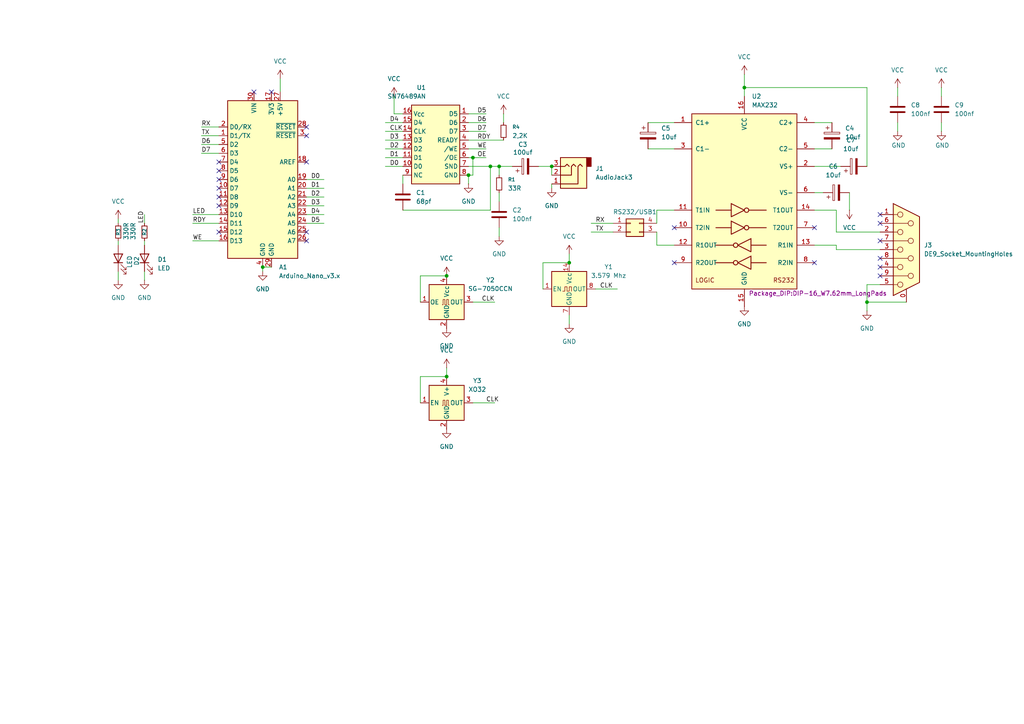
<source format=kicad_sch>
(kicad_sch (version 20250114) (generator "eeschema") (generator_version "9.0")
  (paper "A4")
  (lib_symbols
    (symbol "Audio:SN76489AN"
      (property "Reference" "U1" (at 2.1433 20.32 0))
      (property "Value" "SN76489AN" (at 2.1433 17.78 0))
      (symbol "SN76489AN_0_0"
        (rectangle (start -7.62 15.24) (end 6.35 -7.62) (stroke (width 0.254)) (fill (type background)))
      )
      (symbol "SN76489AN_1_1"
        (pin input line (at -10.16 12.7 0) (length 2.54) (name "D5") (number "1"))
        (pin input line (at -10.16 10.16 0) (length 2.54) (name "D6") (number "2"))
        (pin input line (at -10.16 7.62 0) (length 2.54) (name "D7") (number "3"))
        (pin open_collector line (at -10.16 5.08 0) (length 2.54) (name "READY") (number "4"))
        (pin input line (at -10.16 2.54 0) (length 2.54) (name "/WE") (number "5"))
        (pin input line (at -10.16 0 0) (length 2.54) (name "/OE") (number "6"))
        (pin output line (at -10.16 -2.54 0) (length 2.54) (name "SND") (number "7"))
        (pin power_in line (at -10.16 -5.08 0) (length 2.54) (name "GND") (number "8"))
        (pin power_in line (at 8.89 12.7 180) (length 2.54) (name "V_{CC}") (number "16"))
        (pin output line (at 8.89 10.16 180) (length 2.54) (name "D4") (number "15"))
        (pin input line (at 8.89 7.62 180) (length 2.54) (name "CLK") (number "14"))
        (pin input line (at 8.89 5.08 180) (length 2.54) (name "D3") (number "13"))
        (pin input line (at 8.89 2.54 180) (length 2.54) (name "D2") (number "12"))
        (pin input line (at 8.89 0 180) (length 2.54) (name "D1") (number "11"))
        (pin input line (at 8.89 -2.54 180) (length 2.54) (name "D0") (number "10"))
        (pin input line (at 8.89 -5.08 180) (length 2.54) (name "NC") (number "9"))
      )
    )
    (symbol "Connector:DE9_Socket_MountingHoles" (pin_names (offset 1.016) (hide yes))
      (property "Reference" "J" (at 0 16.51 0))
      (property "Value" "DE9_Socket_MountingHoles" (at 0 14.605 0))
      (symbol "DE9_Socket_MountingHoles_0_1"
        (polyline (pts (xy -3.81 13.335) (xy -3.81 -13.335) (xy 3.81 -9.525) (xy 3.81 9.525) (xy -3.81 13.335)) (stroke (width 0.254)) (fill (type background)))
        (polyline (pts (xy -3.81 10.16) (xy -2.54 10.16)))
        (polyline (pts (xy -3.81 7.62) (xy 0.508 7.62)))
        (polyline (pts (xy -3.81 5.08) (xy -2.54 5.08)))
        (polyline (pts (xy -3.81 2.54) (xy 0.508 2.54)))
        (polyline (pts (xy -3.81 0) (xy -2.54 0)))
        (polyline (pts (xy -3.81 -2.54) (xy 0.508 -2.54)))
        (polyline (pts (xy -3.81 -5.08) (xy -2.54 -5.08)))
        (polyline (pts (xy -3.81 -7.62) (xy 0.508 -7.62)))
        (polyline (pts (xy -3.81 -10.16) (xy -2.54 -10.16)))
        (circle (center -1.778 10.16) (radius 0.762))
        (circle (center -1.778 5.08) (radius 0.762))
        (circle (center -1.778 0) (radius 0.762))
        (circle (center -1.778 -5.08) (radius 0.762))
        (circle (center -1.778 -10.16) (radius 0.762))
        (circle (center 1.27 7.62) (radius 0.762))
        (circle (center 1.27 2.54) (radius 0.762))
        (circle (center 1.27 -2.54) (radius 0.762))
        (circle (center 1.27 -7.62) (radius 0.762))
      )
      (symbol "DE9_Socket_MountingHoles_1_1"
        (pin passive line (at -7.62 10.16 0) (length 3.81) (name "1") (number "1"))
        (pin passive line (at -7.62 7.62 0) (length 3.81) (name "6") (number "6"))
        (pin passive line (at -7.62 5.08 0) (length 3.81) (name "2") (number "2"))
        (pin passive line (at -7.62 2.54 0) (length 3.81) (name "7") (number "7"))
        (pin passive line (at -7.62 0 0) (length 3.81) (name "3") (number "3"))
        (pin passive line (at -7.62 -2.54 0) (length 3.81) (name "8") (number "8"))
        (pin passive line (at -7.62 -5.08 0) (length 3.81) (name "4") (number "4"))
        (pin passive line (at -7.62 -7.62 0) (length 3.81) (name "9") (number "9"))
        (pin passive line (at -7.62 -10.16 0) (length 3.81) (name "5") (number "5"))
        (pin passive line (at 0 -15.24 90) (length 3.81) (name "PAD") (number "0"))
      )
    )
    (symbol "Connector_Audio:AudioJack3"
      (property "Reference" "J1" (at -7.62 -1.9051 0))
      (property "Value" "AudioJack3" (at -7.62 0.6349 0))
      (symbol "AudioJack3_0_1"
        (rectangle (start -5.08 -5.08) (end -6.35 -2.54) (stroke (width 0.254)) (fill (type outline)))
        (polyline (pts (xy -1.905 -2.54) (xy -1.27 -3.175) (xy -0.635 -2.54) (xy -0.635 0) (xy 2.54 0)) (stroke (width 0.254)))
        (polyline (pts (xy 0 -2.54) (xy 0.635 -3.175) (xy 1.27 -2.54) (xy 2.54 -2.54)) (stroke (width 0.254)))
        (rectangle (start 2.54 3.81) (end -5.08 -5.08) (stroke (width 0.254)) (fill (type background)))
        (polyline (pts (xy 2.54 2.54) (xy -2.54 2.54) (xy -2.54 -2.54) (xy -3.175 -3.175) (xy -3.81 -2.54)) (stroke (width 0.254)))
      )
      (symbol "AudioJack3_1_1"
        (pin passive line (at 5.08 2.54 180) (length 2.54) (name "~") (number "1"))
        (pin passive line (at 5.08 0 180) (length 2.54) (name "~") (number "2"))
        (pin passive line (at 5.08 -2.54 180) (length 2.54) (name "~") (number "3"))
      )
    )
    (symbol "Connector_Generic:Conn_02x02_Counter_Clockwise" (pin_names (offset 1.016) (hide yes))
      (property "Reference" "J" (at 1.27 2.54 0))
      (property "Value" "Conn_02x02_Counter_Clockwise" (at 1.27 -5.08 0))
      (symbol "Conn_02x02_Counter_Clockwise_1_1"
        (rectangle (start -1.27 1.27) (end 3.81 -3.81) (stroke (width 0.254)) (fill (type background)))
        (rectangle (start -1.27 0.127) (end 0 -0.127) (stroke (width 0.1524)))
        (rectangle (start -1.27 -2.413) (end 0 -2.667) (stroke (width 0.1524)))
        (rectangle (start 3.81 0.127) (end 2.54 -0.127) (stroke (width 0.1524)))
        (rectangle (start 3.81 -2.413) (end 2.54 -2.667) (stroke (width 0.1524)))
        (pin passive line (at -5.08 0 0) (length 3.81) (name "Pin_1") (number "1"))
        (pin passive line (at -5.08 -2.54 0) (length 3.81) (name "Pin_2") (number "2"))
        (pin passive line (at 7.62 0 180) (length 3.81) (name "Pin_4") (number "4"))
        (pin passive line (at 7.62 -2.54 180) (length 3.81) (name "Pin_3") (number "3"))
      )
    )
    (symbol "Device:C" (pin_numbers (hide yes)) (pin_names (offset 0.254))
      (property "Reference" "C" (at 0.635 2.54 0))
      (property "Value" "C" (at 0.635 -2.54 0))
      (symbol "C_0_1"
        (polyline (pts (xy -2.032 0.762) (xy 2.032 0.762)) (stroke (width 0.508)))
        (polyline (pts (xy -2.032 -0.762) (xy 2.032 -0.762)) (stroke (width 0.508)))
      )
      (symbol "C_1_1"
        (pin passive line (at 0 3.81 270) (length 2.794) (name "~") (number "1"))
        (pin passive line (at 0 -3.81 90) (length 2.794) (name "~") (number "2"))
      )
    )
    (symbol "Device:C_Polarized" (pin_numbers (hide yes)) (pin_names (offset 0.254))
      (property "Reference" "C" (at 0.635 2.54 0))
      (property "Value" "C_Polarized" (at 0.635 -2.54 0))
      (symbol "C_Polarized_0_1"
        (rectangle (start -2.286 0.508) (end 2.286 1.016))
        (polyline (pts (xy -1.778 2.286) (xy -0.762 2.286)))
        (polyline (pts (xy -1.27 2.794) (xy -1.27 1.778)))
        (rectangle (start 2.286 -0.508) (end -2.286 -1.016) (fill (type outline)))
      )
      (symbol "C_Polarized_1_1"
        (pin passive line (at 0 3.81 270) (length 2.794) (name "~") (number "1"))
        (pin passive line (at 0 -3.81 90) (length 2.794) (name "~") (number "2"))
      )
    )
    (symbol "Device:LED" (pin_numbers (hide yes)) (pin_names (offset 1.016) (hide yes))
      (property "Reference" "D" (at 0 2.54 0))
      (property "Value" "LED" (at 0 -2.54 0))
      (symbol "LED_0_1"
        (polyline (pts (xy -3.048 -0.762) (xy -4.572 -2.286) (xy -3.81 -2.286) (xy -4.572 -2.286) (xy -4.572 -1.524)))
        (polyline (pts (xy -1.778 -0.762) (xy -3.302 -2.286) (xy -2.54 -2.286) (xy -3.302 -2.286) (xy -3.302 -1.524)))
        (polyline (pts (xy -1.27 0) (xy 1.27 0)))
        (polyline (pts (xy -1.27 -1.27) (xy -1.27 1.27)) (stroke (width 0.254)))
        (polyline (pts (xy 1.27 -1.27) (xy 1.27 1.27) (xy -1.27 0) (xy 1.27 -1.27)) (stroke (width 0.254)))
      )
      (symbol "LED_1_1"
        (pin passive line (at -3.81 0 0) (length 2.54) (name "K") (number "1"))
        (pin passive line (at 3.81 0 180) (length 2.54) (name "A") (number "2"))
      )
    )
    (symbol "Device:R_Small" (pin_numbers (hide yes)) (pin_names (offset 0.254) (hide yes))
      (property "Reference" "R" (at 0 0 90))
      (property "Value" "R_Small" (at 1.778 0 90))
      (symbol "R_Small_0_1"
        (rectangle (start -0.762 1.778) (end 0.762 -1.778) (stroke (width 0.2032)))
      )
      (symbol "R_Small_1_1"
        (pin passive line (at 0 2.54 270) (length 0.762) (name "~") (number "1"))
        (pin passive line (at 0 -2.54 90) (length 0.762) (name "~") (number "2"))
      )
    )
    (symbol "Interface_UART:MAX232" (pin_names (offset 1.016))
      (property "Reference" "U" (at -2.54 28.575 0))
      (property "Value" "MAX232" (at -2.54 26.67 0))
      (symbol "MAX232_0_0"
        (text "LOGIC" (at -11.43 -22.86 0) (effects (font (size 1.27 1.27))))
        (text "RS232" (at 11.43 -22.86 0) (effects (font (size 1.27 1.27))))
      )
      (symbol "MAX232_0_1"
        (rectangle (start -15.24 -25.4) (end 15.24 25.4) (stroke (width 0.254)) (fill (type background)))
        (polyline (pts (xy -3.81 -0.635) (xy -3.81 -4.445) (xy 0 -2.54) (xy -3.81 -0.635)) (stroke (width 0.254)))
        (polyline (pts (xy -3.81 -2.54) (xy -8.255 -2.54)) (stroke (width 0.254)))
        (polyline (pts (xy -3.81 -5.715) (xy -3.81 -9.525) (xy 0 -7.62) (xy -3.81 -5.715)) (stroke (width 0.254)))
        (polyline (pts (xy -3.81 -7.62) (xy -8.255 -7.62)) (stroke (width 0.254)))
        (polyline (pts (xy -3.175 -12.7) (xy -8.255 -12.7)) (stroke (width 0.254)))
        (polyline (pts (xy -3.175 -17.78) (xy -8.255 -17.78)) (stroke (width 0.254)))
        (circle (center -2.54 -12.7) (radius 0.635) (stroke (width 0.254)))
        (circle (center -2.54 -17.78) (radius 0.635) (stroke (width 0.254)))
        (circle (center 0.635 -2.54) (radius 0.635) (stroke (width 0.254)))
        (circle (center 0.635 -7.62) (radius 0.635) (stroke (width 0.254)))
        (polyline (pts (xy 1.27 -2.54) (xy 6.35 -2.54)) (stroke (width 0.254)))
        (polyline (pts (xy 1.27 -7.62) (xy 6.35 -7.62)) (stroke (width 0.254)))
        (polyline (pts (xy 1.905 -10.795) (xy 1.905 -14.605) (xy -1.905 -12.7) (xy 1.905 -10.795)) (stroke (width 0.254)))
        (polyline (pts (xy 1.905 -12.7) (xy 6.35 -12.7)) (stroke (width 0.254)))
        (polyline (pts (xy 1.905 -15.875) (xy 1.905 -19.685) (xy -1.905 -17.78) (xy 1.905 -15.875)) (stroke (width 0.254)))
        (polyline (pts (xy 1.905 -17.78) (xy 6.35 -17.78)) (stroke (width 0.254)))
      )
      (symbol "MAX232_1_1"
        (pin passive line (at -20.32 22.86 0) (length 5.08) (name "C1+") (number "1"))
        (pin passive line (at -20.32 15.24 0) (length 5.08) (name "C1-") (number "3"))
        (pin input line (at -20.32 -2.54 0) (length 5.08) (name "T1IN") (number "11"))
        (pin input line (at -20.32 -7.62 0) (length 5.08) (name "T2IN") (number "10"))
        (pin output line (at -20.32 -12.7 0) (length 5.08) (name "R1OUT") (number "12"))
        (pin output line (at -20.32 -17.78 0) (length 5.08) (name "R2OUT") (number "9"))
        (pin power_in line (at 0 30.48 270) (length 5.08) (name "VCC") (number "16"))
        (pin power_in line (at 0 -30.48 90) (length 5.08) (name "GND") (number "15"))
        (pin passive line (at 20.32 22.86 180) (length 5.08) (name "C2+") (number "4"))
        (pin passive line (at 20.32 15.24 180) (length 5.08) (name "C2-") (number "5"))
        (pin power_out line (at 20.32 10.16 180) (length 5.08) (name "VS+") (number "2"))
        (pin power_out line (at 20.32 2.54 180) (length 5.08) (name "VS-") (number "6"))
        (pin output line (at 20.32 -2.54 180) (length 5.08) (name "T1OUT") (number "14"))
        (pin output line (at 20.32 -7.62 180) (length 5.08) (name "T2OUT") (number "7"))
        (pin input line (at 20.32 -12.7 180) (length 5.08) (name "R1IN") (number "13"))
        (pin input line (at 20.32 -17.78 180) (length 5.08) (name "R2IN") (number "8"))
      )
    )
    (symbol "MCU_Module:Arduino_Nano_v3.x"
      (property "Reference" "A" (at -10.16 23.495 0))
      (property "Value" "Arduino_Nano_v3.x" (at 5.08 -24.13 0))
      (symbol "Arduino_Nano_v3.x_0_1"
        (rectangle (start -10.16 22.86) (end 10.16 -22.86) (stroke (width 0.254)) (fill (type background)))
      )
      (symbol "Arduino_Nano_v3.x_1_1"
        (pin bidirectional line (at -12.7 15.24 0) (length 2.54) (name "D0/RX") (number "2"))
        (pin bidirectional line (at -12.7 12.7 0) (length 2.54) (name "D1/TX") (number "1"))
        (pin bidirectional line (at -12.7 10.16 0) (length 2.54) (name "D2") (number "5"))
        (pin bidirectional line (at -12.7 7.62 0) (length 2.54) (name "D3") (number "6"))
        (pin bidirectional line (at -12.7 5.08 0) (length 2.54) (name "D4") (number "7"))
        (pin bidirectional line (at -12.7 2.54 0) (length 2.54) (name "D5") (number "8"))
        (pin bidirectional line (at -12.7 0 0) (length 2.54) (name "D6") (number "9"))
        (pin bidirectional line (at -12.7 -2.54 0) (length 2.54) (name "D7") (number "10"))
        (pin bidirectional line (at -12.7 -5.08 0) (length 2.54) (name "D8") (number "11"))
        (pin bidirectional line (at -12.7 -7.62 0) (length 2.54) (name "D9") (number "12"))
        (pin bidirectional line (at -12.7 -10.16 0) (length 2.54) (name "D10") (number "13"))
        (pin bidirectional line (at -12.7 -12.7 0) (length 2.54) (name "D11") (number "14"))
        (pin bidirectional line (at -12.7 -15.24 0) (length 2.54) (name "D12") (number "15"))
        (pin bidirectional line (at -12.7 -17.78 0) (length 2.54) (name "D13") (number "16"))
        (pin power_in line (at -2.54 25.4 270) (length 2.54) (name "VIN") (number "30"))
        (pin power_in line (at 0 -25.4 90) (length 2.54) (name "GND") (number "4"))
        (pin power_out line (at 2.54 25.4 270) (length 2.54) (name "3V3") (number "17"))
        (pin power_in line (at 2.54 -25.4 90) (length 2.54) (name "GND") (number "29"))
        (pin power_out line (at 5.08 25.4 270) (length 2.54) (name "+5V") (number "27"))
        (pin input line (at 12.7 15.24 180) (length 2.54) (name "~{RESET}") (number "28"))
        (pin input line (at 12.7 12.7 180) (length 2.54) (name "~{RESET}") (number "3"))
        (pin input line (at 12.7 5.08 180) (length 2.54) (name "AREF") (number "18"))
        (pin bidirectional line (at 12.7 0 180) (length 2.54) (name "A0") (number "19"))
        (pin bidirectional line (at 12.7 -2.54 180) (length 2.54) (name "A1") (number "20"))
        (pin bidirectional line (at 12.7 -5.08 180) (length 2.54) (name "A2") (number "21"))
        (pin bidirectional line (at 12.7 -7.62 180) (length 2.54) (name "A3") (number "22"))
        (pin bidirectional line (at 12.7 -10.16 180) (length 2.54) (name "A4") (number "23"))
        (pin bidirectional line (at 12.7 -12.7 180) (length 2.54) (name "A5") (number "24"))
        (pin bidirectional line (at 12.7 -15.24 180) (length 2.54) (name "A6") (number "25"))
        (pin bidirectional line (at 12.7 -17.78 180) (length 2.54) (name "A7") (number "26"))
      )
    )
    (symbol "Oscillator:CXO_DIP14" (pin_names (offset 0.254))
      (property "Reference" "Y" (at -5.08 6.35 0))
      (property "Value" "CXO_DIP14" (at 1.27 -6.35 0))
      (symbol "CXO_DIP14_0_1"
        (rectangle (start -5.08 5.08) (end 5.08 -5.08) (stroke (width 0.254)) (fill (type background)))
        (polyline (pts (xy -1.905 -0.635) (xy -1.27 -0.635) (xy -1.27 0.635) (xy -0.635 0.635) (xy -0.635 -0.635) (xy 0 -0.635) (xy 0 0.635) (xy 0.635 0.635) (xy 0.635 -0.635)))
      )
      (symbol "CXO_DIP14_1_1"
        (pin input line (at -7.62 0 0) (length 2.54) (name "EN") (number "1"))
        (pin power_in line (at 0 7.62 270) (length 2.54) (name "Vcc") (number "14"))
        (pin power_in line (at 0 -7.62 90) (length 2.54) (name "GND") (number "7"))
        (pin output line (at 7.62 0 180) (length 2.54) (name "OUT") (number "8"))
      )
    )
    (symbol "Oscillator:SG-7050CCN" (pin_names (offset 0.254))
      (property "Reference" "Y" (at -5.08 6.35 0))
      (property "Value" "SG-7050CCN" (at 1.27 -6.35 0))
      (symbol "SG-7050CCN_0_1"
        (rectangle (start -5.08 5.08) (end 5.08 -5.08) (stroke (width 0.254)) (fill (type background)))
        (polyline (pts (xy -1.27 -0.762) (xy -1.016 -0.762) (xy -1.016 0.762) (xy -0.508 0.762) (xy -0.508 -0.762) (xy 0 -0.762) (xy 0 0.762) (xy 0.508 0.762) (xy 0.508 -0.762) (xy 0.762 -0.762)))
      )
      (symbol "SG-7050CCN_1_1"
        (pin input line (at -7.62 0 0) (length 2.54) (name "OE") (number "1"))
        (pin power_in line (at 0 7.62 270) (length 2.54) (name "Vcc") (number "4"))
        (pin power_in line (at 0 -7.62 90) (length 2.54) (name "GND") (number "2"))
        (pin output line (at 7.62 0 180) (length 2.54) (name "OUT") (number "3"))
      )
    )
    (symbol "Oscillator:XO32" (pin_names (offset 0.254))
      (property "Reference" "Y" (at -5.08 6.35 0))
      (property "Value" "XO32" (at 1.27 -6.35 0))
      (symbol "XO32_0_1"
        (rectangle (start -5.08 5.08) (end 5.08 -5.08) (stroke (width 0.254)) (fill (type background)))
        (polyline (pts (xy -1.27 -0.762) (xy -1.016 -0.762) (xy -1.016 0.762) (xy -0.508 0.762) (xy -0.508 -0.762) (xy 0 -0.762) (xy 0 0.762) (xy 0.508 0.762) (xy 0.508 -0.762) (xy 0.762 -0.762)))
      )
      (symbol "XO32_1_1"
        (pin input line (at -7.62 0 0) (length 2.54) (name "EN") (number "1"))
        (pin power_in line (at 0 7.62 270) (length 2.54) (name "V+") (number "4"))
        (pin power_in line (at 0 -7.62 90) (length 2.54) (name "GND") (number "2"))
        (pin output line (at 7.62 0 180) (length 2.54) (name "OUT") (number "3"))
      )
    )
    (symbol "power:GND" (power) (pin_numbers (hide yes)) (pin_names (offset 0) (hide yes))
      (property "Value" "GND" (at 0 -3.81 0))
      (symbol "GND_0_1"
        (polyline (pts (xy 0 0) (xy 0 -1.27) (xy 1.27 -1.27) (xy 0 -2.54) (xy -1.27 -1.27) (xy 0 -1.27)))
      )
      (symbol "GND_1_1"
        (pin power_in line (at 0 0 270) (length 0) (name "~") (number "1"))
      )
    )
    (symbol "power:VCC" (power) (pin_numbers (hide yes)) (pin_names (offset 0) (hide yes))
      (property "Value" "VCC" (at 0 3.556 0))
      (symbol "VCC_0_1"
        (polyline (pts (xy -0.762 1.27) (xy 0 2.54)))
        (polyline (pts (xy 0 2.54) (xy 0.762 1.27)))
        (polyline (pts (xy 0 0) (xy 0 2.54)))
      )
      (symbol "VCC_1_1"
        (pin power_in line (at 0 0 90) (length 0) (name "~") (number "1"))
      )
    )
  )
  (junction (at 129.54 109.22))
  (junction (at 76.2 77.47))
  (junction (at 142.24 48.26))
  (junction (at 251.46 87.63))
  (junction (at 144.78 48.26))
  (junction (at 165.1 76.2))
  (junction (at 137.16 45.72))
  (junction (at 160.02 48.26))
  (junction (at 135.89 50.8))
  (junction (at 215.9 25.4))
  (junction (at 129.54 80.01))
  (no_connect (at 63.5 54.61))
  (no_connect (at 236.22 76.2))
  (no_connect (at 63.5 46.99))
  (no_connect (at 63.5 67.31))
  (no_connect (at 255.27 64.77))
  (no_connect (at 236.22 66.04))
  (no_connect (at 88.9 69.85))
  (no_connect (at 195.58 76.2))
  (no_connect (at 88.9 67.31))
  (no_connect (at 255.27 77.47))
  (no_connect (at 73.66 26.67))
  (no_connect (at 255.27 62.23))
  (no_connect (at 63.5 52.07))
  (no_connect (at 88.9 39.37))
  (no_connect (at 88.9 36.83))
  (no_connect (at 88.9 46.99))
  (no_connect (at 63.5 49.53))
  (no_connect (at 63.5 57.15))
  (no_connect (at 78.74 26.67))
  (no_connect (at 255.27 74.93))
  (no_connect (at 255.27 69.85))
  (no_connect (at 195.58 66.04))
  (no_connect (at 255.27 80.01))
  (no_connect (at 63.5 59.69))
  (wire (pts (xy 41.91 69.85) (xy 41.91 71.12)))
  (wire (pts (xy 137.16 45.72) (xy 140.97 45.72)))
  (wire (pts (xy 165.1 73.66) (xy 165.1 76.2)))
  (wire (pts (xy 187.96 35.56) (xy 195.58 35.56)))
  (wire (pts (xy 135.89 35.56) (xy 140.97 35.56)))
  (wire (pts (xy 121.92 80.01) (xy 129.54 80.01)))
  (wire (pts (xy 88.9 64.77) (xy 93.98 64.77)))
  (wire (pts (xy 260.35 25.4) (xy 260.35 27.94)))
  (wire (pts (xy 236.22 35.56) (xy 241.3 35.56)))
  (wire (pts (xy 190.5 60.96) (xy 190.5 64.77)))
  (wire (pts (xy 172.72 83.82) (xy 179.07 83.82)))
  (wire (pts (xy 81.28 22.86) (xy 81.28 26.67)))
  (wire (pts (xy 88.9 57.15) (xy 93.98 57.15)))
  (wire (pts (xy 41.91 62.23) (xy 41.91 64.77)))
  (wire (pts (xy 135.89 38.1) (xy 140.97 38.1)))
  (wire (pts (xy 135.89 43.18) (xy 140.97 43.18)))
  (wire (pts (xy 111.76 35.56) (xy 116.84 35.56)))
  (wire (pts (xy 251.46 82.55) (xy 251.46 87.63)))
  (wire (pts (xy 251.46 87.63) (xy 251.46 90.17)))
  (wire (pts (xy 129.54 106.68) (xy 129.54 109.22)))
  (wire (pts (xy 187.96 43.18) (xy 195.58 43.18)))
  (wire (pts (xy 160.02 53.34) (xy 160.02 54.61)))
  (wire (pts (xy 114.3 27.94) (xy 114.3 33.02)))
  (wire (pts (xy 34.29 69.85) (xy 34.29 71.12)))
  (wire (pts (xy 135.89 40.64) (xy 146.05 40.64)))
  (wire (pts (xy 160.02 48.26) (xy 160.02 50.8)))
  (wire (pts (xy 144.78 66.04) (xy 144.78 68.58)))
  (wire (pts (xy 255.27 72.39) (xy 242.57 72.39)))
  (wire (pts (xy 137.16 87.63) (xy 143.51 87.63)))
  (wire (pts (xy 260.35 35.56) (xy 260.35 38.1)))
  (wire (pts (xy 236.22 43.18) (xy 241.3 43.18)))
  (wire (pts (xy 215.9 25.4) (xy 215.9 27.94)))
  (wire (pts (xy 116.84 50.8) (xy 116.84 53.34)))
  (wire (pts (xy 190.5 60.96) (xy 195.58 60.96)))
  (wire (pts (xy 55.88 64.77) (xy 63.5 64.77)))
  (wire (pts (xy 121.92 87.63) (xy 121.92 80.01)))
  (wire (pts (xy 116.84 60.96) (xy 142.24 60.96)))
  (wire (pts (xy 273.05 25.4) (xy 273.05 27.94)))
  (wire (pts (xy 242.57 67.31) (xy 255.27 67.31)))
  (wire (pts (xy 171.45 67.31) (xy 177.8 67.31)))
  (wire (pts (xy 137.16 116.84) (xy 143.51 116.84)))
  (wire (pts (xy 190.5 71.12) (xy 195.58 71.12)))
  (wire (pts (xy 135.89 48.26) (xy 142.24 48.26)))
  (wire (pts (xy 58.42 44.45) (xy 63.5 44.45)))
  (wire (pts (xy 55.88 69.85) (xy 63.5 69.85)))
  (wire (pts (xy 242.57 60.96) (xy 242.57 67.31)))
  (wire (pts (xy 55.88 62.23) (xy 63.5 62.23)))
  (wire (pts (xy 76.2 77.47) (xy 76.2 78.74)))
  (wire (pts (xy 144.78 50.8) (xy 144.78 48.26)))
  (wire (pts (xy 165.1 91.44) (xy 165.1 93.98)))
  (wire (pts (xy 251.46 48.26) (xy 251.46 25.4)))
  (wire (pts (xy 111.76 40.64) (xy 116.84 40.64)))
  (wire (pts (xy 135.89 33.02) (xy 140.97 33.02)))
  (wire (pts (xy 273.05 35.56) (xy 273.05 38.1)))
  (wire (pts (xy 242.57 71.12) (xy 236.22 71.12)))
  (wire (pts (xy 215.9 21.59) (xy 215.9 25.4)))
  (wire (pts (xy 236.22 48.26) (xy 243.84 48.26)))
  (wire (pts (xy 58.42 41.91) (xy 63.5 41.91)))
  (wire (pts (xy 144.78 48.26) (xy 148.59 48.26)))
  (wire (pts (xy 111.76 43.18) (xy 116.84 43.18)))
  (wire (pts (xy 111.76 38.1) (xy 116.84 38.1)))
  (wire (pts (xy 135.89 50.8) (xy 137.16 50.8)))
  (wire (pts (xy 157.48 76.2) (xy 157.48 83.82)))
  (wire (pts (xy 251.46 87.63) (xy 262.89 87.63)))
  (wire (pts (xy 34.29 78.74) (xy 34.29 81.28)))
  (wire (pts (xy 41.91 78.74) (xy 41.91 81.28)))
  (wire (pts (xy 251.46 25.4) (xy 215.9 25.4)))
  (wire (pts (xy 146.05 33.02) (xy 146.05 35.56)))
  (wire (pts (xy 190.5 67.31) (xy 190.5 71.12)))
  (wire (pts (xy 135.89 45.72) (xy 137.16 45.72)))
  (wire (pts (xy 88.9 52.07) (xy 93.98 52.07)))
  (wire (pts (xy 142.24 48.26) (xy 144.78 48.26)))
  (wire (pts (xy 129.54 109.22) (xy 121.92 109.22)))
  (wire (pts (xy 255.27 82.55) (xy 251.46 82.55)))
  (wire (pts (xy 111.76 48.26) (xy 116.84 48.26)))
  (wire (pts (xy 144.78 55.88) (xy 144.78 58.42)))
  (wire (pts (xy 88.9 62.23) (xy 93.98 62.23)))
  (wire (pts (xy 156.21 48.26) (xy 160.02 48.26)))
  (wire (pts (xy 135.89 50.8) (xy 135.89 53.34)))
  (wire (pts (xy 88.9 59.69) (xy 93.98 59.69)))
  (wire (pts (xy 116.84 33.02) (xy 114.3 33.02)))
  (wire (pts (xy 58.42 39.37) (xy 63.5 39.37)))
  (wire (pts (xy 88.9 54.61) (xy 93.98 54.61)))
  (wire (pts (xy 142.24 48.26) (xy 142.24 60.96)))
  (wire (pts (xy 246.38 55.88) (xy 246.38 60.96)))
  (wire (pts (xy 76.2 77.47) (xy 78.74 77.47)))
  (wire (pts (xy 137.16 45.72) (xy 137.16 50.8)))
  (wire (pts (xy 242.57 72.39) (xy 242.57 71.12)))
  (wire (pts (xy 58.42 36.83) (xy 63.5 36.83)))
  (wire (pts (xy 157.48 76.2) (xy 165.1 76.2)))
  (wire (pts (xy 34.29 63.5) (xy 34.29 64.77)))
  (wire (pts (xy 236.22 60.96) (xy 242.57 60.96)))
  (wire (pts (xy 111.76 45.72) (xy 116.84 45.72)))
  (wire (pts (xy 236.22 55.88) (xy 238.76 55.88)))
  (wire (pts (xy 171.45 64.77) (xy 177.8 64.77)))
  (wire (pts (xy 121.92 109.22) (xy 121.92 116.84)))
  (label "RDY" (at 138.43 40.64 0))
  (label "D7" (at 58.42 44.45 0))
  (label "D1" (at 90.17 54.61 0))
  (label "RX" (at 172.72 64.77 0))
  (label "D5" (at 90.17 64.77 0))
  (label "TX" (at 172.72 67.31 0))
  (label "WE" (at 55.88 69.85 0))
  (label "CLK" (at 113.03 38.1 0))
  (label "D6" (at 138.43 35.56 0))
  (label "RX" (at 58.42 36.83 0))
  (label "D3" (at 90.17 59.69 0))
  (label "OE" (at 138.43 45.72 0))
  (label "TX" (at 58.42 39.37 0))
  (label "CLK" (at 140.97 116.84 0))
  (label "LED" (at 41.91 64.77 90))
  (label "D2" (at 90.17 57.15 0))
  (label "D2" (at 113.03 43.18 0))
  (label "D0" (at 113.03 48.26 0))
  (label "D4" (at 90.17 62.23 0))
  (label "D5" (at 138.43 33.02 0))
  (label "LED" (at 55.88 62.23 0))
  (label "D4" (at 113.03 35.56 0))
  (label "D6" (at 58.42 41.91 0))
  (label "CLK" (at 173.99 83.82 0))
  (label "D7" (at 138.43 38.1 0))
  (label "D3" (at 113.03 40.64 0))
  (label "CLK" (at 139.7 87.63 0))
  (label "D1" (at 113.03 45.72 0))
  (label "WE" (at 138.43 43.18 0))
  (label "D0" (at 90.17 52.07 0))
  (label "RDY" (at 55.88 64.77 0))
  (symbol (lib_id "Device:R_Small") (at 34.29 67.31 0) (unit 1)
    (property "Reference" "R3" (at 34.29 67.31 90) (effects (font (size 1.016 1.016))))
    (property "Value" "330R" (at 36.576 67.056 90))
    (property "Footprint" "Resistor_THT:R_Axial_DIN0207_L6.3mm_D2.5mm_P10.16mm_Horizontal" (effects (hide yes)))
    (property "Description" "Resistor, small symbol" (effects (hide yes)))
  )
  (symbol (lib_id "Oscillator:SG-7050CCN") (at 129.54 87.63 0) (unit 1)
    (property "Reference" "Y2" (at 142.24 81.2098 0))
    (property "Value" "SG-7050CCN" (at 142.24 83.7498 0))
    (property "Footprint" "Oscillator:Oscillator_SMD_SeikoEpson_SG8002CA-4Pin_7.0x5.0mm" (effects (hide yes)))
    (property "Datasheet" "https://support.epson.biz/td/api/doc_check.php?dl=brief_SG7050CAN&lang=en" (effects (hide yes)))
    (property "Description" "CMOS Clock Oscillator 2.5 to 50 MHz" (effects (hide yes)))
  )
  (symbol (lib_id "power:VCC") (at 129.54 106.68 0) (unit 1)
    (property "Reference" "#PWR022" (effects (hide yes)))
    (property "Value" "VCC" (at 129.54 101.6 0))
    (property "Description" "Power symbol creates a global label with name \"VCC\"" (effects (hide yes)))
  )
  (symbol (lib_id "power:GND") (at 251.46 90.17 0) (unit 1)
    (property "Reference" "#PWR017" (effects (hide yes)))
    (property "Value" "GND" (at 251.46 95.25 0))
    (property "Description" "Power symbol creates a global label with name \"GND\" , ground" (effects (hide yes)))
  )
  (symbol (lib_id "Interface_UART:MAX232") (at 215.9 58.42 0) (unit 1)
    (property "Reference" "U2" (at 218.0433 27.94 0) (effects (justify left)))
    (property "Value" "MAX232" (at 218.0433 30.48 0) (effects (justify left)))
    (property "Footprint" "Package_DIP:DIP-16_W7.62mm_LongPads" (at 217.17 85.09 0) (effects (justify left)))
    (property "Datasheet" "http://www.ti.com/lit/ds/symlink/max232.pdf" (effects (hide yes)))
    (property "Description" "Dual RS232 driver/receiver, 5V supply, 120kb/s, 0C-70C" (effects (hide yes)))
  )
  (symbol (lib_id "power:GND") (at 260.35 38.1 0) (unit 1)
    (property "Reference" "#PWR07" (effects (hide yes)))
    (property "Value" "GND" (at 260.604 42.164 0))
    (property "Description" "Power symbol creates a global label with name \"GND\" , ground" (effects (hide yes)))
  )
  (symbol (lib_id "Device:C_Polarized") (at 241.3 39.37 0) (unit 1)
    (property "Reference" "C4" (at 245.11 37.2109 0) (effects (justify left)))
    (property "Value" "10uf" (at 245.11 39.7509 0) (effects (justify left)))
    (property "Footprint" "Capacitor_THT:CP_Radial_D5.0mm_P2.50mm" (effects (hide yes)))
    (property "Description" "Polarized capacitor" (effects (hide yes)))
  )
  (symbol (lib_id "Device:C") (at 273.05 31.75 180) (unit 1)
    (property "Reference" "C9" (at 276.86 30.4799 0) (effects (justify right)))
    (property "Value" "100nf" (at 276.86 33.0199 0) (effects (justify right)))
    (property "Footprint" "Capacitor_THT:C_Disc_D3.4mm_W2.1mm_P2.50mm" (effects (hide yes)))
    (property "Description" "Unpolarized capacitor" (effects (hide yes)))
  )
  (symbol (lib_id "Device:R_Small") (at 144.78 53.34 0) (unit 1)
    (property "Reference" "R1" (at 147.32 52.0699 0) (effects (font (size 1.016 1.016)) (justify left)))
    (property "Value" "33R" (at 147.32 54.6099 0) (effects (justify left)))
    (property "Footprint" "Resistor_THT:R_Axial_DIN0207_L6.3mm_D2.5mm_P10.16mm_Horizontal" (effects (hide yes)))
    (property "Description" "Resistor, small symbol" (effects (hide yes)))
  )
  (symbol (lib_id "Connector_Generic:Conn_02x02_Counter_Clockwise") (at 182.88 64.77 0) (unit 1)
    (property "Reference" "RS232/USB1" (at 184.15 61.468 0))
    (property "Value" "Conn_02x02_Counter_Clockwise" (effects (hide yes)))
    (property "Footprint" "Connector_PinHeader_2.54mm:PinHeader_2x02_P2.54mm_Vertical" (effects (hide yes)))
    (property "Description" "Generic connector, double row, 02x02, counter clockwise pin numbering scheme (similar to DIP package numbering), script generated (kicad-library-utils/schlib/autogen/connector/)" (effects (hide yes)))
  )
  (symbol (lib_id "power:VCC") (at 129.54 80.01 0) (unit 1)
    (property "Reference" "#PWR021" (effects (hide yes)))
    (property "Value" "VCC" (at 129.54 74.93 0))
    (property "Description" "Power symbol creates a global label with name \"VCC\"" (effects (hide yes)))
  )
  (symbol (lib_id "power:GND") (at 160.02 54.61 0) (unit 1)
    (property "Reference" "#PWR03" (effects (hide yes)))
    (property "Value" "GND" (at 160.02 59.69 0))
    (property "Description" "Power symbol creates a global label with name \"GND\" , ground" (effects (hide yes)))
  )
  (symbol (lib_id "power:GND") (at 144.78 68.58 0) (unit 1)
    (property "Reference" "#PWR01" (effects (hide yes)))
    (property "Value" "GND" (at 144.78 73.66 0))
    (property "Description" "Power symbol creates a global label with name \"GND\" , ground" (effects (hide yes)))
  )
  (symbol (lib_id "power:GND") (at 129.54 124.46 0) (unit 1)
    (property "Reference" "#PWR023" (effects (hide yes)))
    (property "Value" "GND" (at 129.54 129.54 0))
    (property "Description" "Power symbol creates a global label with name \"GND\" , ground" (effects (hide yes)))
  )
  (symbol (lib_id "Device:C_Polarized") (at 152.4 48.26 90) (unit 1)
    (property "Reference" "C3" (at 151.638 41.91 90))
    (property "Value" "100uf" (at 151.638 44.196 90))
    (property "Footprint" "Capacitor_THT:CP_Radial_D5.0mm_P2.50mm" (effects (hide yes)))
    (property "Description" "Polarized capacitor" (effects (hide yes)))
  )
  (symbol (lib_id "Device:LED") (at 34.29 74.93 90) (unit 1)
    (property "Reference" "D2" (at 39.624 75.692 0))
    (property "Value" "LED" (at 37.592 75.946 0))
    (property "Footprint" "LED_THT:LED_D3.0mm" (effects (hide yes)))
    (property "Description" "Light emitting diode" (effects (hide yes)))
    (property "Sim.Pins" "1=K 2=A" (effects (hide yes)))
  )
  (symbol (lib_id "Oscillator:CXO_DIP14") (at 165.1 83.82 0) (unit 1)
    (property "Reference" "Y1" (at 176.53 77.3998 0))
    (property "Value" "3.579 Mhz" (at 176.53 79.9398 0))
    (property "Footprint" "Oscillator:Oscillator_DIP-14" (effects (hide yes)))
    (property "Datasheet" "http://cdn-reichelt.de/documents/datenblatt/B400/OSZI.pdf" (effects (hide yes)))
    (property "Description" "Crystal Clock Oscillator, DIP14-style metal package" (effects (hide yes)))
  )
  (symbol (lib_id "Device:C_Polarized") (at 242.57 55.88 90) (unit 1)
    (property "Reference" "C6" (at 241.681 48.26 90))
    (property "Value" "10uf" (at 241.681 50.8 90))
    (property "Footprint" "Capacitor_THT:CP_Radial_D5.0mm_P2.50mm" (effects (hide yes)))
    (property "Description" "Polarized capacitor" (effects (hide yes)))
  )
  (symbol (lib_id "Oscillator:XO32") (at 129.54 116.84 0) (unit 1)
    (property "Reference" "Y3" (at 138.43 110.4198 0))
    (property "Value" "XO32" (at 138.43 112.9598 0))
    (property "Footprint" "Oscillator:Oscillator_SMD_EuroQuartz_XO32-4Pin_3.2x2.5mm" (effects (hide yes)))
    (property "Datasheet" "http://cdn-reichelt.de/documents/datenblatt/B400/XO32.pdf" (effects (hide yes)))
    (property "Description" "HCMOS Clock Oscillator" (effects (hide yes)))
  )
  (symbol (lib_id "power:VCC") (at 114.3 27.94 0) (unit 1)
    (property "Reference" "#PWR04" (effects (hide yes)))
    (property "Value" "VCC" (at 114.3 22.86 0))
    (property "Description" "Power symbol creates a global label with name \"VCC\"" (effects (hide yes)))
  )
  (symbol (lib_id "power:GND") (at 129.54 95.25 0) (unit 1)
    (property "Reference" "#PWR020" (effects (hide yes)))
    (property "Value" "GND" (at 129.54 100.33 0))
    (property "Description" "Power symbol creates a global label with name \"GND\" , ground" (effects (hide yes)))
  )
  (symbol (lib_id "Device:LED") (at 41.91 74.93 90) (unit 1)
    (property "Reference" "D1" (at 45.72 75.2474 90) (effects (justify right)))
    (property "Value" "LED" (at 45.72 77.7874 90) (effects (justify right)))
    (property "Footprint" "LED_THT:LED_D3.0mm" (effects (hide yes)))
    (property "Description" "Light emitting diode" (effects (hide yes)))
    (property "Sim.Pins" "1=K 2=A" (effects (hide yes)))
  )
  (symbol (lib_id "Connector_Audio:AudioJack3") (at 165.1 50.8 180) (unit 1)
    (property "Reference" "J1" (at 172.72 48.8949 0) (effects (justify right)))
    (property "Value" "AudioJack3" (at 172.72 51.4349 0) (effects (justify right)))
    (property "Footprint" "jack_audio:jack_3.5_pj313d-smt" (effects (hide yes)))
    (property "Description" "Audio Jack, 3 Poles (Stereo / TRS)" (effects (hide yes)))
  )
  (symbol (lib_id "power:GND") (at 135.89 53.34 0) (unit 1)
    (property "Reference" "#PWR02" (effects (hide yes)))
    (property "Value" "GND" (at 135.89 58.42 0))
    (property "Description" "Power symbol creates a global label with name \"GND\" , ground" (effects (hide yes)))
  )
  (symbol (lib_id "Device:R_Small") (at 146.05 38.1 0) (unit 1)
    (property "Reference" "R4" (at 148.59 36.8299 0) (effects (font (size 1.016 1.016)) (justify left)))
    (property "Value" "2,2K" (at 148.59 39.3699 0) (effects (justify left)))
    (property "Footprint" "Resistor_THT:R_Axial_DIN0207_L6.3mm_D2.5mm_P10.16mm_Horizontal" (effects (hide yes)))
    (property "Description" "Resistor, small symbol" (effects (hide yes)))
  )
  (symbol (lib_id "Device:C_Polarized") (at 247.65 48.26 90) (unit 1)
    (property "Reference" "C7" (at 246.761 40.64 90))
    (property "Value" "10uf" (at 246.761 43.18 90))
    (property "Footprint" "Capacitor_THT:CP_Radial_D5.0mm_P2.50mm" (effects (hide yes)))
    (property "Description" "Polarized capacitor" (effects (hide yes)))
  )
  (symbol (lib_id "power:VCC") (at 260.35 25.4 0) (unit 1)
    (property "Reference" "#PWR06" (effects (hide yes)))
    (property "Value" "VCC" (at 260.35 20.32 0))
    (property "Description" "Power symbol creates a global label with name \"VCC\"" (effects (hide yes)))
  )
  (symbol (lib_id "power:GND") (at 165.1 93.98 0) (unit 1)
    (property "Reference" "#PWR08" (effects (hide yes)))
    (property "Value" "GND" (at 165.1 99.06 0))
    (property "Description" "Power symbol creates a global label with name \"GND\" , ground" (effects (hide yes)))
  )
  (symbol (lib_id "Device:C") (at 144.78 62.23 180) (unit 1)
    (property "Reference" "C2" (at 148.59 60.9599 0) (effects (justify right)))
    (property "Value" "100nf" (at 148.59 63.4999 0) (effects (justify right)))
    (property "Footprint" "Capacitor_THT:C_Disc_D3.4mm_W2.1mm_P2.50mm" (effects (hide yes)))
    (property "Description" "Unpolarized capacitor" (effects (hide yes)))
  )
  (symbol (lib_id "power:GND") (at 76.2 78.74 0) (unit 1)
    (property "Reference" "#PWR010" (effects (hide yes)))
    (property "Value" "GND" (at 76.2 83.82 0))
    (property "Description" "Power symbol creates a global label with name \"GND\" , ground" (effects (hide yes)))
  )
  (symbol (lib_id "power:VCC") (at 81.28 22.86 0) (unit 1)
    (property "Reference" "#PWR05" (effects (hide yes)))
    (property "Value" "VCC" (at 81.28 17.78 0))
    (property "Description" "Power symbol creates a global label with name \"VCC\"" (effects (hide yes)))
  )
  (symbol (lib_id "power:VCC") (at 246.38 60.96 180) (unit 1)
    (property "Reference" "#PWR016" (effects (hide yes)))
    (property "Value" "VCC" (at 246.38 66.04 0))
    (property "Description" "Power symbol creates a global label with name \"VCC\"" (effects (hide yes)))
  )
  (symbol (lib_id "power:GND") (at 215.9 88.9 0) (unit 1)
    (property "Reference" "#PWR011" (effects (hide yes)))
    (property "Value" "GND" (at 215.9 93.98 0))
    (property "Description" "Power symbol creates a global label with name \"GND\" , ground" (effects (hide yes)))
  )
  (symbol (lib_id "Device:C") (at 116.84 57.15 180) (unit 1)
    (property "Reference" "C1" (at 120.65 55.8799 0) (effects (justify right)))
    (property "Value" "68pf" (at 120.65 58.4199 0) (effects (justify right)))
    (property "Footprint" "Capacitor_THT:C_Disc_D3.4mm_W2.1mm_P2.50mm" (effects (hide yes)))
    (property "Description" "Unpolarized capacitor" (effects (hide yes)))
  )
  (symbol (lib_id "power:VCC") (at 273.05 25.4 0) (unit 1)
    (property "Reference" "#PWR018" (effects (hide yes)))
    (property "Value" "VCC" (at 273.05 20.32 0))
    (property "Description" "Power symbol creates a global label with name \"VCC\"" (effects (hide yes)))
  )
  (symbol (lib_id "MCU_Module:Arduino_Nano_v3.x") (at 76.2 52.07 0) (unit 1)
    (property "Reference" "A1" (at 80.8833 77.47 0) (effects (justify left)))
    (property "Value" "Arduino_Nano_v3.x" (at 80.8833 80.01 0) (effects (justify left)))
    (property "Footprint" "Module:Arduino_Nano" (effects (hide yes)))
    (property "Datasheet" "http://www.mouser.com/pdfdocs/Gravitech_Arduino_Nano3_0.pdf" (effects (hide yes)))
    (property "Description" "Arduino Nano v3.x" (effects (hide yes)))
  )
  (symbol (lib_id "Device:C_Polarized") (at 187.96 39.37 0) (unit 1)
    (property "Reference" "C5" (at 191.77 37.2109 0) (effects (justify left)))
    (property "Value" "10uf" (at 191.77 39.7509 0) (effects (justify left)))
    (property "Footprint" "Capacitor_THT:CP_Radial_D5.0mm_P2.50mm" (effects (hide yes)))
    (property "Description" "Polarized capacitor" (effects (hide yes)))
  )
  (symbol (lib_id "power:VCC") (at 165.1 73.66 0) (unit 1)
    (property "Reference" "#PWR09" (effects (hide yes)))
    (property "Value" "VCC" (at 165.1 68.58 0))
    (property "Description" "Power symbol creates a global label with name \"VCC\"" (effects (hide yes)))
  )
  (symbol (lib_id "power:VCC") (at 215.9 21.59 0) (unit 1)
    (property "Reference" "#PWR015" (effects (hide yes)))
    (property "Value" "VCC" (at 215.9 16.51 0))
    (property "Description" "Power symbol creates a global label with name \"VCC\"" (effects (hide yes)))
  )
  (symbol (lib_id "power:GND") (at 34.29 81.28 0) (unit 1)
    (property "Reference" "#PWR013" (effects (hide yes)))
    (property "Value" "GND" (at 34.29 86.36 0))
    (property "Description" "Power symbol creates a global label with name \"GND\" , ground" (effects (hide yes)))
  )
  (symbol (lib_id "Connector:DE9_Socket_MountingHoles") (at 262.89 72.39 0) (unit 1)
    (property "Reference" "J3" (at 267.97 71.1199 0) (effects (justify left)))
    (property "Value" "DE9_Socket_MountingHoles" (at 267.97 73.6599 0) (effects (justify left)))
    (property "Footprint" "Connector_Dsub:DSUB-9_Socket_Horizontal_P2.77x2.84mm_EdgePinOffset4.94mm_Housed_MountingHolesOffset4.94mm" (effects (hide yes)))
    (property "Description" "9-pin D-SUB connector, socket (female), Mounting Hole" (effects (hide yes)))
  )
  (symbol (lib_id "Device:R_Small") (at 41.91 67.31 180) (unit 1)
    (property "Reference" "R2" (at 41.91 67.31 90) (effects (font (size 1.016 1.016))))
    (property "Value" "330R" (at 38.608 67.056 90))
    (property "Footprint" "Resistor_THT:R_Axial_DIN0207_L6.3mm_D2.5mm_P10.16mm_Horizontal" (effects (hide yes)))
    (property "Description" "Resistor, small symbol" (effects (hide yes)))
  )
  (symbol (lib_id "Audio:SN76489AN") (at 125.73 45.72 0) (mirror y) (unit 1)
    (property "Reference" "U1" (at 123.5867 25.4 0) (effects (justify left)))
    (property "Value" "SN76489AN" (at 123.5867 27.94 0) (effects (justify left)))
    (property "Footprint" "Package_DIP:DIP-16_W7.62mm" (effects (hide yes)))
    (property "Datasheet" "https://www.vgmpf.com/Wiki/images/7/78/SN76489AN_-_Manual.pdf" (effects (hide yes)))
    (property "Description" "Digital Complex Sound Generator, 3 square wave channels, 1 noise channel, up to 4MHz clock input, DIP-16" (effects (hide yes)))
  )
  (symbol (lib_id "power:VCC") (at 34.29 63.5 0) (unit 1)
    (property "Reference" "#PWR012" (effects (hide yes)))
    (property "Value" "VCC" (at 34.29 58.42 0))
    (property "Description" "Power symbol creates a global label with name \"VCC\"" (effects (hide yes)))
  )
  (symbol (lib_id "power:GND") (at 41.91 81.28 0) (unit 1)
    (property "Reference" "#PWR014" (effects (hide yes)))
    (property "Value" "GND" (at 41.91 86.36 0))
    (property "Description" "Power symbol creates a global label with name \"GND\" , ground" (effects (hide yes)))
  )
  (symbol (lib_id "Device:C") (at 260.35 31.75 180) (unit 1)
    (property "Reference" "C8" (at 264.16 30.4799 0) (effects (justify right)))
    (property "Value" "100nf" (at 264.16 33.0199 0) (effects (justify right)))
    (property "Footprint" "Capacitor_THT:C_Disc_D3.4mm_W2.1mm_P2.50mm" (effects (hide yes)))
    (property "Description" "Unpolarized capacitor" (effects (hide yes)))
  )
  (symbol (lib_id "power:VCC") (at 146.05 33.02 0) (unit 1)
    (property "Reference" "#PWR024" (effects (hide yes)))
    (property "Value" "VCC" (at 146.05 27.94 0))
    (property "Description" "Power symbol creates a global label with name \"VCC\"" (effects (hide yes)))
  )
  (symbol (lib_id "power:GND") (at 273.05 38.1 0) (unit 1)
    (property "Reference" "#PWR019" (effects (hide yes)))
    (property "Value" "GND" (at 273.304 42.164 0))
    (property "Description" "Power symbol creates a global label with name \"GND\" , ground" (effects (hide yes)))
  )
)
</source>
